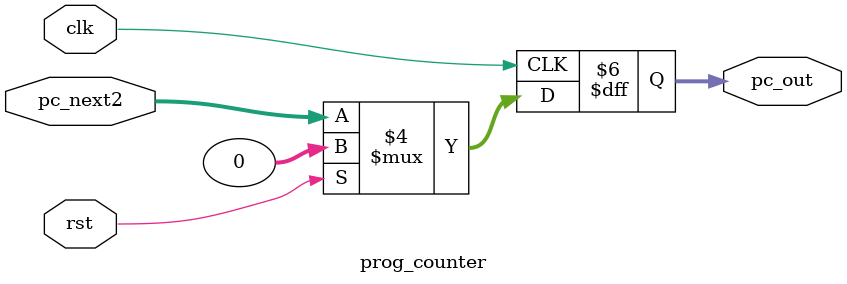
<source format=v>

module prog_counter(clk,rst,pc_next2,pc_out);
input[31:0]pc_next2;
input clk,rst;
output reg[31:0]pc_out;

always @(posedge clk)
begin
if(rst==1)
pc_out<=0;
else

pc_out<=pc_next2;
end
endmodule

</source>
